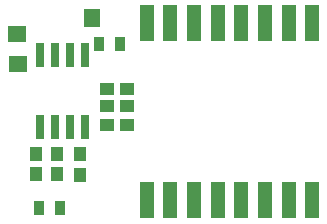
<source format=gbs>
G75*
%MOIN*%
%OFA0B0*%
%FSLAX25Y25*%
%IPPOS*%
%LPD*%
%AMOC8*
5,1,8,0,0,1.08239X$1,22.5*
%
%ADD10R,0.03550X0.05124*%
%ADD11R,0.06400X0.05400*%
%ADD12R,0.04731X0.04337*%
%ADD13R,0.05400X0.06400*%
%ADD14R,0.03000X0.08400*%
%ADD15R,0.04337X0.04731*%
%ADD16R,0.05124X0.12211*%
D10*
X0013354Y0008500D03*
X0020441Y0008500D03*
X0033141Y0063344D03*
X0040227Y0063344D03*
D11*
X0006084Y0066554D03*
X0006214Y0056661D03*
D12*
X0036070Y0048165D03*
X0036054Y0042695D03*
X0042747Y0042695D03*
X0042763Y0048165D03*
X0042661Y0036333D03*
X0035968Y0036333D03*
D13*
X0031026Y0072037D03*
D14*
X0028531Y0059583D03*
X0023531Y0059583D03*
X0018531Y0059583D03*
X0013531Y0059583D03*
X0013531Y0035383D03*
X0018531Y0035383D03*
X0023531Y0035383D03*
X0028531Y0035383D03*
D15*
X0026905Y0026406D03*
X0026905Y0019713D03*
X0019258Y0019785D03*
X0012275Y0019810D03*
X0012275Y0026503D03*
X0019258Y0026478D03*
D16*
X0049210Y0011104D03*
X0057084Y0011104D03*
X0064958Y0011104D03*
X0072832Y0011104D03*
X0080706Y0011104D03*
X0088580Y0011104D03*
X0096454Y0011104D03*
X0104328Y0011104D03*
X0104328Y0070160D03*
X0096454Y0070160D03*
X0088580Y0070160D03*
X0080706Y0070160D03*
X0072832Y0070160D03*
X0064958Y0070160D03*
X0057084Y0070160D03*
X0049210Y0070160D03*
M02*

</source>
